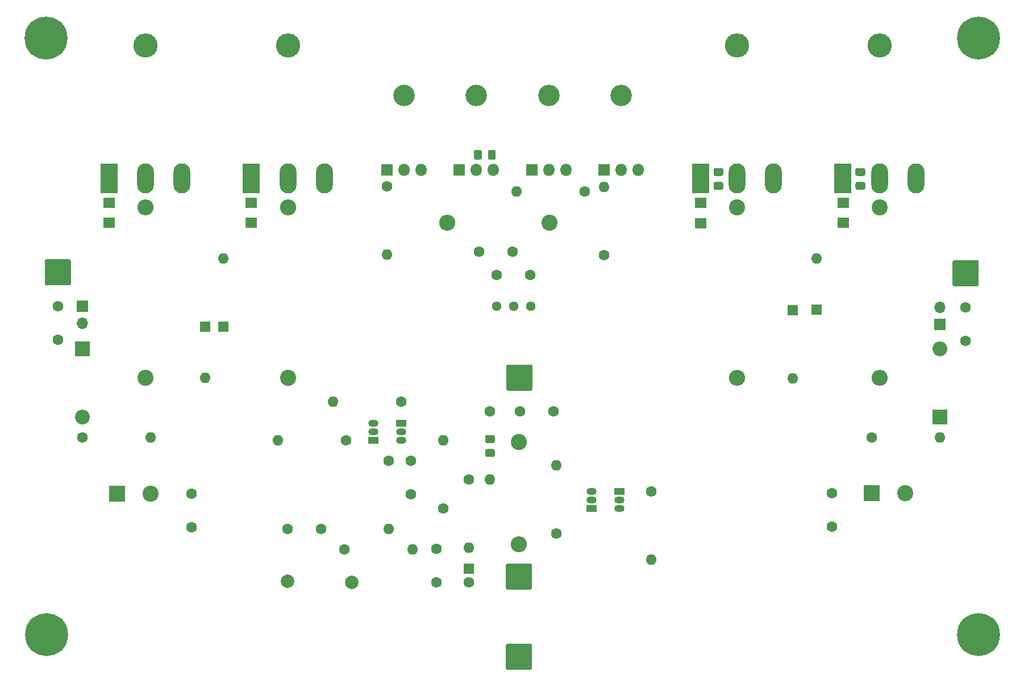
<source format=gbr>
G04 #@! TF.GenerationSoftware,KiCad,Pcbnew,(5.1.12-1-10_14)*
G04 #@! TF.CreationDate,2021-12-08T14:07:12+01:00*
G04 #@! TF.ProjectId,amp-mosfet-160w,616d702d-6d6f-4736-9665-742d31363077,rev?*
G04 #@! TF.SameCoordinates,Original*
G04 #@! TF.FileFunction,Soldermask,Bot*
G04 #@! TF.FilePolarity,Negative*
%FSLAX46Y46*%
G04 Gerber Fmt 4.6, Leading zero omitted, Abs format (unit mm)*
G04 Created by KiCad (PCBNEW (5.1.12-1-10_14)) date 2021-12-08 14:07:12*
%MOMM*%
%LPD*%
G01*
G04 APERTURE LIST*
%ADD10C,2.400000*%
%ADD11R,2.400000X2.400000*%
%ADD12R,1.800000X1.500000*%
%ADD13C,0.800000*%
%ADD14C,6.400000*%
%ADD15C,2.000000*%
%ADD16C,1.600000*%
%ADD17C,1.440000*%
%ADD18O,2.400000X2.400000*%
%ADD19O,1.600000X1.600000*%
%ADD20O,2.500000X4.500000*%
%ADD21R,2.500000X4.500000*%
%ADD22O,3.600000X3.600000*%
%ADD23O,1.800000X1.800000*%
%ADD24R,1.800000X1.800000*%
%ADD25O,3.200000X3.200000*%
%ADD26R,1.500000X1.050000*%
%ADD27O,1.500000X1.050000*%
%ADD28O,1.700000X1.700000*%
%ADD29R,1.700000X1.700000*%
%ADD30O,2.200000X2.200000*%
%ADD31R,2.200000X2.200000*%
%ADD32R,1.600000X1.600000*%
G04 APERTURE END LIST*
G36*
G01*
X131224000Y-103806500D02*
X132174000Y-103806500D01*
G75*
G02*
X132424000Y-104056500I0J-250000D01*
G01*
X132424000Y-104731500D01*
G75*
G02*
X132174000Y-104981500I-250000J0D01*
G01*
X131224000Y-104981500D01*
G75*
G02*
X130974000Y-104731500I0J250000D01*
G01*
X130974000Y-104056500D01*
G75*
G02*
X131224000Y-103806500I250000J0D01*
G01*
G37*
G36*
G01*
X131224000Y-101731500D02*
X132174000Y-101731500D01*
G75*
G02*
X132424000Y-101981500I0J-250000D01*
G01*
X132424000Y-102656500D01*
G75*
G02*
X132174000Y-102906500I-250000J0D01*
G01*
X131224000Y-102906500D01*
G75*
G02*
X130974000Y-102656500I0J250000D01*
G01*
X130974000Y-101981500D01*
G75*
G02*
X131224000Y-101731500I250000J0D01*
G01*
G37*
D10*
X81153000Y-110490000D03*
D11*
X76153000Y-110490000D03*
D10*
X193595000Y-110363000D03*
D11*
X188595000Y-110363000D03*
G36*
G01*
X186405500Y-63992000D02*
X187355500Y-63992000D01*
G75*
G02*
X187605500Y-64242000I0J-250000D01*
G01*
X187605500Y-64917000D01*
G75*
G02*
X187355500Y-65167000I-250000J0D01*
G01*
X186405500Y-65167000D01*
G75*
G02*
X186155500Y-64917000I0J250000D01*
G01*
X186155500Y-64242000D01*
G75*
G02*
X186405500Y-63992000I250000J0D01*
G01*
G37*
G36*
G01*
X186405500Y-61917000D02*
X187355500Y-61917000D01*
G75*
G02*
X187605500Y-62167000I0J-250000D01*
G01*
X187605500Y-62842000D01*
G75*
G02*
X187355500Y-63092000I-250000J0D01*
G01*
X186405500Y-63092000D01*
G75*
G02*
X186155500Y-62842000I0J250000D01*
G01*
X186155500Y-62167000D01*
G75*
G02*
X186405500Y-61917000I250000J0D01*
G01*
G37*
G36*
G01*
X165260000Y-63992000D02*
X166210000Y-63992000D01*
G75*
G02*
X166460000Y-64242000I0J-250000D01*
G01*
X166460000Y-64917000D01*
G75*
G02*
X166210000Y-65167000I-250000J0D01*
G01*
X165260000Y-65167000D01*
G75*
G02*
X165010000Y-64917000I0J250000D01*
G01*
X165010000Y-64242000D01*
G75*
G02*
X165260000Y-63992000I250000J0D01*
G01*
G37*
G36*
G01*
X165260000Y-61917000D02*
X166210000Y-61917000D01*
G75*
G02*
X166460000Y-62167000I0J-250000D01*
G01*
X166460000Y-62842000D01*
G75*
G02*
X166210000Y-63092000I-250000J0D01*
G01*
X165260000Y-63092000D01*
G75*
G02*
X165010000Y-62842000I0J250000D01*
G01*
X165010000Y-62167000D01*
G75*
G02*
X165260000Y-61917000I250000J0D01*
G01*
G37*
D12*
X163068000Y-70119500D03*
X163068000Y-67119500D03*
X184340500Y-70104000D03*
X184340500Y-67104000D03*
X96139000Y-70080000D03*
X96139000Y-67080000D03*
X74930000Y-70080000D03*
X74930000Y-67080000D03*
G36*
G01*
X130487000Y-59469000D02*
X130487000Y-60419000D01*
G75*
G02*
X130237000Y-60669000I-250000J0D01*
G01*
X129562000Y-60669000D01*
G75*
G02*
X129312000Y-60419000I0J250000D01*
G01*
X129312000Y-59469000D01*
G75*
G02*
X129562000Y-59219000I250000J0D01*
G01*
X130237000Y-59219000D01*
G75*
G02*
X130487000Y-59469000I0J-250000D01*
G01*
G37*
G36*
G01*
X132562000Y-59469000D02*
X132562000Y-60419000D01*
G75*
G02*
X132312000Y-60669000I-250000J0D01*
G01*
X131637000Y-60669000D01*
G75*
G02*
X131387000Y-60419000I0J250000D01*
G01*
X131387000Y-59469000D01*
G75*
G02*
X131637000Y-59219000I250000J0D01*
G01*
X132312000Y-59219000D01*
G75*
G02*
X132562000Y-59469000I0J-250000D01*
G01*
G37*
D13*
X67229056Y-40847944D03*
X65532000Y-40145000D03*
X63834944Y-40847944D03*
X63132000Y-42545000D03*
X63834944Y-44242056D03*
X65532000Y-44945000D03*
X67229056Y-44242056D03*
X67932000Y-42545000D03*
D14*
X65532000Y-42545000D03*
D13*
X206167056Y-40847944D03*
X204470000Y-40145000D03*
X202772944Y-40847944D03*
X202070000Y-42545000D03*
X202772944Y-44242056D03*
X204470000Y-44945000D03*
X206167056Y-44242056D03*
X206870000Y-42545000D03*
D14*
X204470000Y-42545000D03*
D15*
X111125000Y-123698000D03*
X101536500Y-123507500D03*
D16*
X67310000Y-82550000D03*
X67310000Y-87550000D03*
X202565000Y-87677000D03*
X202565000Y-82677000D03*
D17*
X132715000Y-82550000D03*
X135255000Y-82550000D03*
X137795000Y-82550000D03*
D18*
X189738000Y-93218000D03*
D10*
X189738000Y-67818000D03*
D18*
X168529000Y-93218000D03*
D10*
X168529000Y-67818000D03*
D19*
X135636000Y-65405000D03*
D16*
X145796000Y-65405000D03*
D18*
X136017000Y-117983000D03*
D10*
X136017000Y-102743000D03*
D19*
X81153000Y-102108000D03*
D16*
X70993000Y-102108000D03*
D19*
X198755000Y-102108000D03*
D16*
X188595000Y-102108000D03*
D18*
X101600000Y-67818000D03*
D10*
X101600000Y-93218000D03*
D18*
X80391000Y-67818000D03*
D10*
X80391000Y-93218000D03*
D19*
X116332000Y-74803000D03*
D16*
X116332000Y-64643000D03*
D19*
X131699000Y-108331000D03*
D16*
X131699000Y-98171000D03*
D19*
X128524000Y-118491000D03*
D16*
X128524000Y-108331000D03*
D18*
X125349000Y-70104000D03*
D10*
X140589000Y-70104000D03*
D19*
X148717000Y-64770000D03*
D16*
X148717000Y-74930000D03*
D19*
X100076000Y-102489000D03*
D16*
X110236000Y-102489000D03*
D19*
X124714000Y-102489000D03*
D16*
X124714000Y-112649000D03*
D19*
X141605000Y-106235500D03*
D16*
X141605000Y-116395500D03*
D19*
X108331000Y-96774000D03*
D16*
X118491000Y-96774000D03*
D19*
X155702000Y-120269000D03*
D16*
X155702000Y-110109000D03*
D19*
X116586000Y-115697000D03*
D16*
X116586000Y-105537000D03*
D19*
X120142000Y-118745000D03*
D16*
X109982000Y-118745000D03*
D20*
X195177000Y-63500000D03*
X189727000Y-63500000D03*
D21*
X184277000Y-63500000D03*
D22*
X189727000Y-43640000D03*
D20*
X107039000Y-63500000D03*
X101589000Y-63500000D03*
D21*
X96139000Y-63500000D03*
D22*
X101589000Y-43640000D03*
D23*
X132207000Y-62230000D03*
X129667000Y-62230000D03*
D24*
X127127000Y-62230000D03*
D25*
X129667000Y-51130000D03*
D23*
X143002000Y-62230000D03*
X140462000Y-62230000D03*
D24*
X137922000Y-62230000D03*
D25*
X140462000Y-51130000D03*
D26*
X114363500Y-102489000D03*
D27*
X114363500Y-99949000D03*
X114363500Y-101219000D03*
D26*
X146812000Y-112649000D03*
D27*
X146812000Y-110109000D03*
X146812000Y-111379000D03*
D26*
X151003000Y-110109000D03*
D27*
X151003000Y-112649000D03*
X151003000Y-111379000D03*
D20*
X173968000Y-63500000D03*
X168518000Y-63500000D03*
D21*
X163068000Y-63500000D03*
D22*
X168518000Y-43640000D03*
D20*
X85830000Y-63500000D03*
X80380000Y-63500000D03*
D21*
X74930000Y-63500000D03*
D22*
X80380000Y-43640000D03*
D23*
X153797000Y-62230000D03*
X151257000Y-62230000D03*
D24*
X148717000Y-62230000D03*
D25*
X151257000Y-51130000D03*
D23*
X121412000Y-62230000D03*
X118872000Y-62230000D03*
D24*
X116332000Y-62230000D03*
D25*
X118872000Y-51130000D03*
D26*
X118491000Y-99949000D03*
D27*
X118491000Y-102489000D03*
X118491000Y-101219000D03*
D13*
X206167056Y-129747944D03*
X204470000Y-129045000D03*
X202772944Y-129747944D03*
X202070000Y-131445000D03*
X202772944Y-133142056D03*
X204470000Y-133845000D03*
X206167056Y-133142056D03*
X206870000Y-131445000D03*
D14*
X204470000Y-131445000D03*
D13*
X67310000Y-129747944D03*
X65612944Y-129045000D03*
X63915888Y-129747944D03*
X63212944Y-131445000D03*
X63915888Y-133142056D03*
X65612944Y-133845000D03*
X67310000Y-133142056D03*
X68012944Y-131445000D03*
D14*
X65612944Y-131445000D03*
D28*
X70993000Y-85090000D03*
D29*
X70993000Y-82550000D03*
D28*
X198755000Y-82677000D03*
D29*
X198755000Y-85217000D03*
G36*
G01*
X134067000Y-136446999D02*
X134067000Y-133047001D01*
G75*
G02*
X134317001Y-132797000I250001J0D01*
G01*
X137716999Y-132797000D01*
G75*
G02*
X137967000Y-133047001I0J-250001D01*
G01*
X137967000Y-136446999D01*
G75*
G02*
X137716999Y-136697000I-250001J0D01*
G01*
X134317001Y-136697000D01*
G75*
G02*
X134067000Y-136446999I0J250001D01*
G01*
G37*
G36*
G01*
X134067000Y-124508999D02*
X134067000Y-121109001D01*
G75*
G02*
X134317001Y-120859000I250001J0D01*
G01*
X137716999Y-120859000D01*
G75*
G02*
X137967000Y-121109001I0J-250001D01*
G01*
X137967000Y-124508999D01*
G75*
G02*
X137716999Y-124759000I-250001J0D01*
G01*
X134317001Y-124759000D01*
G75*
G02*
X134067000Y-124508999I0J250001D01*
G01*
G37*
G36*
G01*
X134130500Y-94854499D02*
X134130500Y-91454501D01*
G75*
G02*
X134380501Y-91204500I250001J0D01*
G01*
X137780499Y-91204500D01*
G75*
G02*
X138030500Y-91454501I0J-250001D01*
G01*
X138030500Y-94854499D01*
G75*
G02*
X137780499Y-95104500I-250001J0D01*
G01*
X134380501Y-95104500D01*
G75*
G02*
X134130500Y-94854499I0J250001D01*
G01*
G37*
G36*
G01*
X65360000Y-79169999D02*
X65360000Y-75770001D01*
G75*
G02*
X65610001Y-75520000I250001J0D01*
G01*
X69009999Y-75520000D01*
G75*
G02*
X69260000Y-75770001I0J-250001D01*
G01*
X69260000Y-79169999D01*
G75*
G02*
X69009999Y-79420000I-250001J0D01*
G01*
X65610001Y-79420000D01*
G75*
G02*
X65360000Y-79169999I0J250001D01*
G01*
G37*
G36*
G01*
X200615000Y-79296999D02*
X200615000Y-75897001D01*
G75*
G02*
X200865001Y-75647000I250001J0D01*
G01*
X204264999Y-75647000D01*
G75*
G02*
X204515000Y-75897001I0J-250001D01*
G01*
X204515000Y-79296999D01*
G75*
G02*
X204264999Y-79547000I-250001J0D01*
G01*
X200865001Y-79547000D01*
G75*
G02*
X200615000Y-79296999I0J250001D01*
G01*
G37*
D30*
X70993000Y-99060000D03*
D31*
X70993000Y-88900000D03*
D30*
X198755000Y-88900000D03*
D31*
X198755000Y-99060000D03*
D19*
X91948000Y-75438000D03*
D32*
X91948000Y-85598000D03*
D19*
X89281000Y-93218000D03*
D32*
X89281000Y-85598000D03*
D19*
X176847500Y-93281500D03*
D32*
X176847500Y-83121500D03*
D19*
X180340000Y-75438000D03*
D32*
X180340000Y-83058000D03*
D16*
X141144000Y-98171000D03*
X136144000Y-98171000D03*
X87249000Y-110490000D03*
X87249000Y-115490000D03*
X182626000Y-115363000D03*
X182626000Y-110363000D03*
X137715000Y-77851000D03*
X132715000Y-77851000D03*
X123698000Y-123681500D03*
X123698000Y-118681500D03*
X128524000Y-123666000D03*
D32*
X128524000Y-121666000D03*
D16*
X130048000Y-74422000D03*
X135048000Y-74422000D03*
X119888000Y-110537000D03*
X119888000Y-105537000D03*
X101553000Y-115697000D03*
X106553000Y-115697000D03*
M02*

</source>
